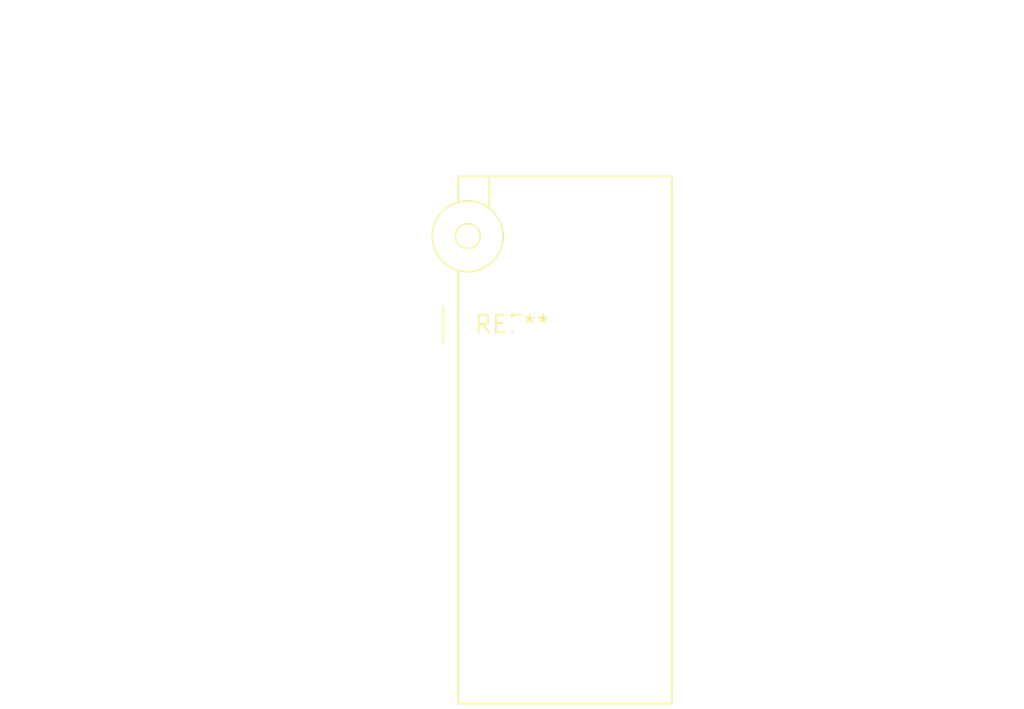
<source format=kicad_pcb>
(kicad_pcb (version 20240108) (generator pcbnew)
  (layers (0 "F.Cu" signal) (31 "B.Cu" signal) (34 "B.Paste" user) (35 "F.Paste" user) (36 "B.SilkS" user "B.Silkscreen") (37 "F.SilkS" user "F.Silkscreen") (38 "B.Mask" user) (39 "F.Mask" user) (44 "Edge.Cuts" user))
  (net 0 "")
  (footprint "DIP_Socket-18_W4.3_W5.08_W7.62_W10.16_W10.9_3M_218-3341-00-0602J" (layer "F.Cu") (at 0 0)
    (property "Reference" "REF**")
    (property "Value" "DIP_Socket-18_W4.3_W5.08_W7.62_W10.16_W10.9_3M_218-3341-00-0602J")
    (fp_line (start -4.95 1.27) (end -4.95 -1.27) (layer "F.SilkS") (stroke (width 0.12)))
    (fp_line (start -3.89 -10.66) (end -3.89 -8.8) (layer "F.SilkS") (stroke (width 0.12)))
    (fp_line (start -3.89 -3.9) (end -3.89 27.34) (layer "F.SilkS") (stroke (width 0.12)))
    (fp_line (start -3.89 27.34) (end 11.51 27.34) (layer "F.SilkS") (stroke (width 0.12)))
    (fp_line (start -1.65 -10.66) (end -1.65 -8.4) (layer "F.SilkS") (stroke (width 0.12)))
    (fp_line (start 11.51 -10.66) (end -3.89 -10.66) (layer "F.SilkS") (stroke (width 0.12)))
    (fp_line (start 11.51 27.34) (end 11.51 -10.66) (layer "F.SilkS") (stroke (width 0.12)))
    (fp_circle (center -3.2 -6.35) (end -2.3 -6.35) (layer "F.SilkS") (stroke (width 0.12)) (fill none))
    (fp_circle (center -3.2 -6.35) (end -0.65 -6.35) (layer "F.SilkS") (stroke (width 0.12)) (fill none))
    (pad "1" thru_hole rect (at 0 0) (size 2 1.44) (drill 1) (layers *.Cu *.Mask) (remove_unused_layers))
    (pad "2" thru_hole oval (at 0 2.54) (size 2 1.44) (drill 1) (layers *.Cu *.Mask) (remove_unused_layers))
    (pad "3" thru_hole oval (at 0 5.08) (size 2 1.44) (drill 1) (layers *.Cu *.Mask) (remove_unused_layers))
    (pad "4" thru_hole oval (at 0 7.62) (size 2 1.44) (drill 1) (layers *.Cu *.Mask) (remove_unused_layers))
    (pad "5" thru_hole oval (at 0 10.16) (size 2 1.44) (drill 1) (layers *.Cu *.Mask) (remove_unused_layers))
    (pad "6" thru_hole oval (at 0 12.7) (size 2 1.44) (drill 1) (layers *.Cu *.Mask) (remove_unused_layers))
    (pad "7" thru_hole oval (at 0 15.24) (size 2 1.44) (drill 1) (layers *.Cu *.Mask) (remove_unused_layers))
    (pad "8" thru_hole oval (at 0 17.78) (size 2 1.44) (drill 1) (layers *.Cu *.Mask) (remove_unused_layers))
    (pad "9" thru_hole oval (at 0 20.32) (size 2 1.44) (drill 1) (layers *.Cu *.Mask) (remove_unused_layers))
    (pad "10" thru_hole oval (at 7.62 20.32) (size 2 1.44) (drill 1) (layers *.Cu *.Mask) (remove_unused_layers))
    (pad "11" thru_hole oval (at 7.62 17.78) (size 2 1.44) (drill 1) (layers *.Cu *.Mask) (remove_unused_layers))
    (pad "12" thru_hole oval (at 7.62 15.24) (size 2 1.44) (drill 1) (layers *.Cu *.Mask) (remove_unused_layers))
    (pad "13" thru_hole oval (at 7.62 12.7) (size 2 1.44) (drill 1) (layers *.Cu *.Mask) (remove_unused_layers))
    (pad "14" thru_hole oval (at 7.62 10.16) (size 2 1.44) (drill 1) (layers *.Cu *.Mask) (remove_unused_layers))
    (pad "15" thru_hole oval (at 7.62 7.62) (size 2 1.44) (drill 1) (layers *.Cu *.Mask) (remove_unused_layers))
    (pad "16" thru_hole oval (at 7.62 5.08) (size 2 1.44) (drill 1) (layers *.Cu *.Mask) (remove_unused_layers))
    (pad "17" thru_hole oval (at 7.62 2.54) (size 2 1.44) (drill 1) (layers *.Cu *.Mask) (remove_unused_layers))
    (pad "18" thru_hole oval (at 7.62 0) (size 2 1.44) (drill 1) (layers *.Cu *.Mask) (remove_unused_layers))
  )
)
</source>
